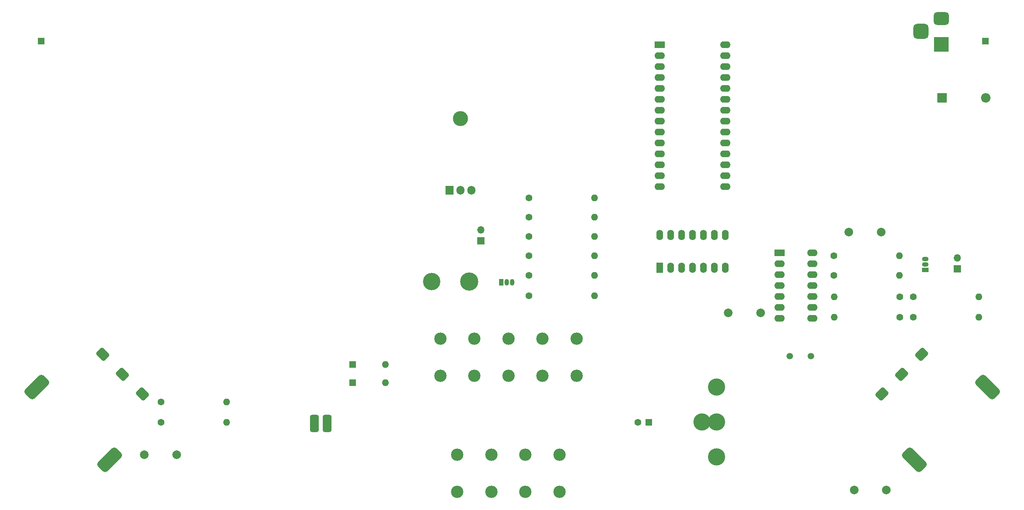
<source format=gbr>
%TF.GenerationSoftware,KiCad,Pcbnew,7.0.10*%
%TF.CreationDate,2024-01-17T17:08:55-05:00*%
%TF.ProjectId,Telstar Alpha,54656c73-7461-4722-9041-6c7068612e6b,0.1*%
%TF.SameCoordinates,Original*%
%TF.FileFunction,Soldermask,Bot*%
%TF.FilePolarity,Negative*%
%FSLAX46Y46*%
G04 Gerber Fmt 4.6, Leading zero omitted, Abs format (unit mm)*
G04 Created by KiCad (PCBNEW 7.0.10) date 2024-01-17 17:08:55*
%MOMM*%
%LPD*%
G01*
G04 APERTURE LIST*
G04 Aperture macros list*
%AMRoundRect*
0 Rectangle with rounded corners*
0 $1 Rounding radius*
0 $2 $3 $4 $5 $6 $7 $8 $9 X,Y pos of 4 corners*
0 Add a 4 corners polygon primitive as box body*
4,1,4,$2,$3,$4,$5,$6,$7,$8,$9,$2,$3,0*
0 Add four circle primitives for the rounded corners*
1,1,$1+$1,$2,$3*
1,1,$1+$1,$4,$5*
1,1,$1+$1,$6,$7*
1,1,$1+$1,$8,$9*
0 Add four rect primitives between the rounded corners*
20,1,$1+$1,$2,$3,$4,$5,0*
20,1,$1+$1,$4,$5,$6,$7,0*
20,1,$1+$1,$6,$7,$8,$9,0*
20,1,$1+$1,$8,$9,$2,$3,0*%
G04 Aperture macros list end*
%ADD10O,3.500000X3.500000*%
%ADD11R,1.905000X2.000000*%
%ADD12O,1.905000X2.000000*%
%ADD13C,1.600000*%
%ADD14O,1.600000X1.600000*%
%ADD15R,3.500000X3.500000*%
%ADD16RoundRect,0.750000X-1.000000X0.750000X-1.000000X-0.750000X1.000000X-0.750000X1.000000X0.750000X0*%
%ADD17RoundRect,0.875000X-0.875000X0.875000X-0.875000X-0.875000X0.875000X-0.875000X0.875000X0.875000X0*%
%ADD18C,4.230000*%
%ADD19C,4.035000*%
%ADD20C,2.865000*%
%ADD21R,1.600000X2.400000*%
%ADD22O,1.600000X2.400000*%
%ADD23R,2.200000X2.200000*%
%ADD24O,2.200000X2.200000*%
%ADD25RoundRect,0.562500X-0.176777X-0.972272X0.972272X0.176777X0.176777X0.972272X-0.972272X-0.176777X0*%
%ADD26RoundRect,0.750000X-2.121320X1.060660X1.060660X-2.121320X2.121320X-1.060660X-1.060660X2.121320X0*%
%ADD27R,1.500000X1.050000*%
%ADD28O,1.500000X1.050000*%
%ADD29RoundRect,0.250000X-0.550000X-0.550000X0.550000X-0.550000X0.550000X0.550000X-0.550000X0.550000X0*%
%ADD30R,1.600000X1.600000*%
%ADD31R,1.050000X1.500000*%
%ADD32O,1.050000X1.500000*%
%ADD33R,1.700000X1.700000*%
%ADD34O,1.700000X1.700000*%
%ADD35C,4.000000*%
%ADD36C,1.500000*%
%ADD37RoundRect,0.400000X-0.600000X-1.600000X0.600000X-1.600000X0.600000X1.600000X-0.600000X1.600000X0*%
%ADD38R,2.400000X1.600000*%
%ADD39O,2.400000X1.600000*%
%ADD40C,2.000000*%
%ADD41RoundRect,0.562500X-0.972272X0.176777X0.176777X-0.972272X0.972272X-0.176777X-0.176777X0.972272X0*%
%ADD42RoundRect,0.750000X1.060660X2.121320X-2.121320X-1.060660X-1.060660X-2.121320X2.121320X1.060660X0*%
G04 APERTURE END LIST*
D10*
%TO.C,U4*%
X122000000Y-47570000D03*
D11*
X119460000Y-64230000D03*
D12*
X122000000Y-64230000D03*
X124540000Y-64230000D03*
%TD*%
D13*
%TO.C,R10*%
X227260000Y-93750000D03*
D14*
X242500000Y-93750000D03*
%TD*%
D15*
%TO.C,J2*%
X233750000Y-30250000D03*
D16*
X233750000Y-24250000D03*
D17*
X229050000Y-27250000D03*
%TD*%
D13*
%TO.C,R3*%
X52380000Y-113500000D03*
D14*
X67620000Y-113500000D03*
%TD*%
D18*
%TO.C,J1*%
X124000000Y-85480000D03*
D19*
X115300000Y-85480000D03*
%TD*%
D13*
%TO.C,R5*%
X137880000Y-79500000D03*
D14*
X153120000Y-79500000D03*
%TD*%
D20*
%TO.C,SW4*%
X121250000Y-134390000D03*
X121250000Y-125750000D03*
X129170000Y-134390000D03*
X129170000Y-125750000D03*
X137090000Y-134390000D03*
X137090000Y-125750000D03*
X145010000Y-134390000D03*
X145010000Y-125750000D03*
%TD*%
%TO.C,SW2*%
X117320000Y-107390000D03*
X117320000Y-98750000D03*
X125240000Y-107390000D03*
X125240000Y-98750000D03*
X133160000Y-107390000D03*
X133160000Y-98750000D03*
X141080000Y-107390000D03*
X141080000Y-98750000D03*
X149000000Y-107390000D03*
X149000000Y-98750000D03*
%TD*%
D13*
%TO.C,R12*%
X224120000Y-89000000D03*
D14*
X208880000Y-89000000D03*
%TD*%
D21*
%TO.C,U1*%
X168340000Y-82250000D03*
D22*
X170880000Y-82250000D03*
X173420000Y-82250000D03*
X175960000Y-82250000D03*
X178500000Y-82250000D03*
X181040000Y-82250000D03*
X183580000Y-82250000D03*
X183580000Y-74630000D03*
X181040000Y-74630000D03*
X178500000Y-74630000D03*
X175960000Y-74630000D03*
X173420000Y-74630000D03*
X170880000Y-74630000D03*
X168340000Y-74630000D03*
%TD*%
D23*
%TO.C,D3*%
X233920000Y-42750000D03*
D24*
X244080000Y-42750000D03*
%TD*%
D25*
%TO.C,RV2*%
X219948676Y-111641064D03*
X224544870Y-107044870D03*
X229141064Y-102448676D03*
D26*
X227514719Y-126985281D03*
X244485281Y-110014719D03*
%TD*%
D27*
%TO.C,Q2*%
X230000000Y-82750000D03*
D28*
X230000000Y-81480000D03*
X230000000Y-80210000D03*
%TD*%
D29*
%TO.C,J3*%
X244000000Y-29500000D03*
%TD*%
D30*
%TO.C,D2*%
X96940000Y-104750000D03*
D14*
X104560000Y-104750000D03*
%TD*%
D31*
%TO.C,Q1*%
X131480000Y-85610000D03*
D32*
X132750000Y-85610000D03*
X134020000Y-85610000D03*
%TD*%
D29*
%TO.C,J4*%
X24500000Y-29500000D03*
%TD*%
D13*
%TO.C,R1*%
X137880000Y-66000000D03*
D14*
X153120000Y-66000000D03*
%TD*%
D33*
%TO.C,J5*%
X126750000Y-76000000D03*
D34*
X126750000Y-73460000D03*
%TD*%
D35*
%TO.C,SW3*%
X181500000Y-110050000D03*
X178100000Y-118150000D03*
X181500000Y-118150000D03*
X181500000Y-126250000D03*
%TD*%
D13*
%TO.C,R11*%
X224120000Y-93750000D03*
D14*
X208880000Y-93750000D03*
%TD*%
D36*
%TO.C,Y1*%
X198550000Y-102850000D03*
X203450000Y-102850000D03*
%TD*%
D13*
%TO.C,R9*%
X52380000Y-118250000D03*
D14*
X67620000Y-118250000D03*
%TD*%
D37*
%TO.C,SW1*%
X88000000Y-118500000D03*
X91000000Y-118500000D03*
%TD*%
D38*
%TO.C,U3*%
X196130000Y-78750000D03*
D39*
X196130000Y-81290000D03*
X196130000Y-83830000D03*
X196130000Y-86370000D03*
X196130000Y-88910000D03*
X196130000Y-91450000D03*
X196130000Y-93990000D03*
X203750000Y-93990000D03*
X203750000Y-91450000D03*
X203750000Y-88910000D03*
X203750000Y-86370000D03*
X203750000Y-83830000D03*
X203750000Y-81290000D03*
X203750000Y-78750000D03*
%TD*%
D33*
%TO.C,LS1*%
X237500000Y-82525000D03*
D34*
X237500000Y-79985000D03*
%TD*%
D13*
%TO.C,R4*%
X137880000Y-75000000D03*
D14*
X153120000Y-75000000D03*
%TD*%
D40*
%TO.C,C4*%
X219750000Y-74000000D03*
X212250000Y-74000000D03*
%TD*%
D13*
%TO.C,R7*%
X137880000Y-88750000D03*
D14*
X153120000Y-88750000D03*
%TD*%
D30*
%TO.C,C5*%
X165750000Y-118250000D03*
D13*
X163250000Y-118250000D03*
%TD*%
D38*
%TO.C,U2*%
X168340000Y-30380000D03*
D39*
X168340000Y-32920000D03*
X168340000Y-35460000D03*
X168340000Y-38000000D03*
X168340000Y-40540000D03*
X168340000Y-43080000D03*
X168340000Y-45620000D03*
X168340000Y-48160000D03*
X168340000Y-50700000D03*
X168340000Y-53240000D03*
X168340000Y-55780000D03*
X168340000Y-58320000D03*
X168340000Y-60860000D03*
X168340000Y-63400000D03*
X183580000Y-63400000D03*
X183580000Y-60860000D03*
X183580000Y-58320000D03*
X183580000Y-55780000D03*
X183580000Y-53240000D03*
X183580000Y-50700000D03*
X183580000Y-48160000D03*
X183580000Y-45620000D03*
X183580000Y-43080000D03*
X183580000Y-40540000D03*
X183580000Y-38000000D03*
X183580000Y-35460000D03*
X183580000Y-32920000D03*
X183580000Y-30380000D03*
%TD*%
D13*
%TO.C,R2*%
X137880000Y-70500000D03*
D14*
X153120000Y-70500000D03*
%TD*%
D40*
%TO.C,C3*%
X184250000Y-92750000D03*
X191750000Y-92750000D03*
%TD*%
D13*
%TO.C,R13*%
X208760000Y-79500000D03*
D14*
X224000000Y-79500000D03*
%TD*%
D40*
%TO.C,C2*%
X221000000Y-134000000D03*
X213500000Y-134000000D03*
%TD*%
D13*
%TO.C,R14*%
X208760000Y-84000000D03*
D14*
X224000000Y-84000000D03*
%TD*%
D13*
%TO.C,R8*%
X227260000Y-89000000D03*
D14*
X242500000Y-89000000D03*
%TD*%
D30*
%TO.C,D1*%
X96940000Y-109000000D03*
D14*
X104560000Y-109000000D03*
%TD*%
D40*
%TO.C,C1*%
X48500000Y-125750000D03*
X56000000Y-125750000D03*
%TD*%
D13*
%TO.C,R6*%
X137880000Y-84000000D03*
D14*
X153120000Y-84000000D03*
%TD*%
D41*
%TO.C,RV1*%
X38858936Y-102448676D03*
X43455130Y-107044870D03*
X48051324Y-111641064D03*
D42*
X23514719Y-110014719D03*
X40485281Y-126985281D03*
%TD*%
M02*

</source>
